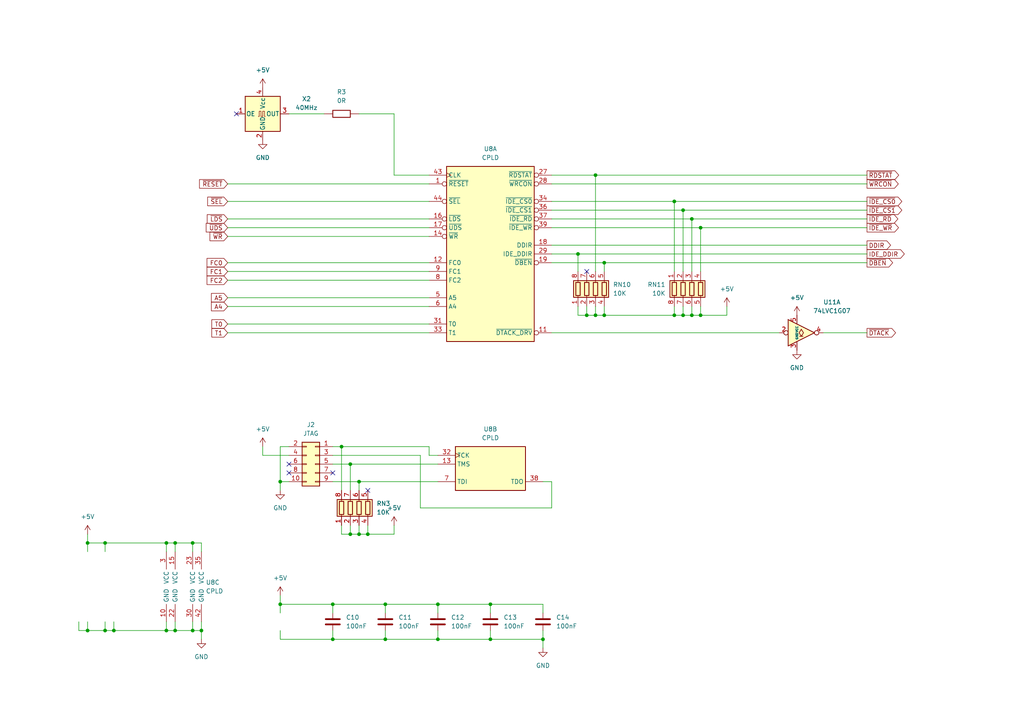
<source format=kicad_sch>
(kicad_sch (version 20211123) (generator eeschema)
  (paper "A4")
  (title_block (title "GAL AND CPLD CONTROL LOGIC") (date "2024-01-30") (rev "1") (company "(C) TOM STOREY") (comment 1 "FREE FOR NON-COMMERCIAL USE"))
  (lib_symbols
    (symbol "CF_Board_v2:CPLD"
      (property "Reference" "U" (at 0 0 0))
      (property "Value" "CPLD" (at 0 0 0))
      (symbol "CPLD_1_1"
        (rectangle (start -12.7 25.4) (end 12.7 -25.4) (stroke (width 0.254)) (fill (type background)))
        (pin input inverted (at -17.78 20.32 0) (length 5.08) (name "~{RESET}") (number "1"))
        (pin output inverted (at 17.78 -22.86 180) (length 5.08) (name "~{DTACK_DRV}") (number "11"))
        (pin input line (at -17.78 -2.54 0) (length 5.08) (name "FC0") (number "12"))
        (pin input inverted (at -17.78 5.08 0) (length 5.08) (name "~{WR}") (number "14"))
        (pin input inverted (at -17.78 10.16 0) (length 5.08) (name "~{LDS}") (number "16"))
        (pin input inverted (at -17.78 7.62 0) (length 5.08) (name "~{UDS}") (number "17"))
        (pin output line (at 17.78 2.54 180) (length 5.08) (name "DDIR") (number "18"))
        (pin output inverted (at 17.78 -2.54 180) (length 5.08) (name "~{DBEN}") (number "19"))
        (pin output inverted (at 17.78 22.86 180) (length 5.08) (name "~{RDSTAT}") (number "27"))
        (pin output inverted (at 17.78 20.32 180) (length 5.08) (name "~{WRCON}") (number "28"))
        (pin output line (at 17.78 0 180) (length 5.08) (name "IDE_DDIR") (number "29"))
        (pin input line (at -17.78 -20.32 0) (length 5.08) (name "T0") (number "31"))
        (pin input line (at -17.78 -22.86 0) (length 5.08) (name "T1") (number "33"))
        (pin output inverted (at 17.78 15.24 180) (length 5.08) (name "~{IDE_CS0}") (number "34"))
        (pin output inverted (at 17.78 12.7 180) (length 5.08) (name "~{IDE_CS1}") (number "36"))
        (pin output inverted (at 17.78 10.16 180) (length 5.08) (name "~{IDE_RD}") (number "37"))
        (pin output inverted (at 17.78 7.62 180) (length 5.08) (name "~{IDE_WR}") (number "39"))
        (pin input clock (at -17.78 22.86 0) (length 5.08) (name "CLK") (number "43"))
        (pin input inverted (at -17.78 15.24 0) (length 5.08) (name "~{SEL}") (number "44"))
        (pin input line (at -17.78 -12.7 0) (length 5.08) (name "A5") (number "5"))
        (pin input line (at -17.78 -15.24 0) (length 5.08) (name "A4") (number "6"))
        (pin input line (at -17.78 -7.62 0) (length 5.08) (name "FC2") (number "8"))
        (pin input line (at -17.78 -5.08 0) (length 5.08) (name "FC1") (number "9"))
      )
      (symbol "CPLD_2_1"
        (rectangle (start -10.16 5.08) (end 10.16 -7.62) (stroke (width 0.254)) (fill (type background)))
        (pin input line (at -15.24 0 0) (length 5.08) (name "TMS") (number "13"))
        (pin input clock (at -15.24 2.54 0) (length 5.08) (name "TCK") (number "32"))
        (pin output line (at 15.24 -5.08 180) (length 5.08) (name "TDO") (number "38"))
        (pin input line (at -15.24 -5.08 0) (length 5.08) (name "TDI") (number "7"))
      )
      (symbol "CPLD_3_1"
        (pin power_in line (at -5.08 -10.16 90) (length 5.08) (name "GND") (number "10"))
        (pin power_in line (at -2.54 10.16 270) (length 5.08) (name "VCC") (number "15"))
        (pin power_in line (at -2.54 -10.16 90) (length 5.08) (name "GND") (number "22"))
        (pin power_in line (at 2.54 10.16 270) (length 5.08) (name "VCC") (number "23"))
        (pin power_in line (at -5.08 10.16 270) (length 5.08) (name "VCC") (number "3"))
        (pin power_in line (at 2.54 -10.16 90) (length 5.08) (name "GND") (number "30"))
        (pin power_in line (at 5.08 10.16 270) (length 5.08) (name "VCC") (number "35"))
        (pin power_in line (at 5.08 -10.16 90) (length 5.08) (name "GND") (number "42"))
      )
    )
    (symbol "COMET_symbols:74x1G07"
      (property "Reference" "U" (at 0 0 0))
      (property "Value" "74x1G07" (at 0 0 0))
      (symbol "74x1G07_1_0"
        (polyline (pts (xy -2.54 3.81) (xy -2.54 -3.81) (xy 5.08 0) (xy -2.54 3.81)) (stroke (width 0.254)) (fill (type background)))
      )
      (symbol "74x1G07_1_1"
        (polyline (pts (xy 0.762 -1.016) (xy 1.778 -1.016)) (stroke (width 0.2032)))
        (polyline (pts (xy 1.27 1.016) (xy 0.635 0) (xy 1.27 -1.016) (xy 1.905 0) (xy 1.27 1.016)) (stroke (width 0.2032)))
        (pin input line (at -5.08 0 0) (length 2.54) (name "~") (number "2"))
        (pin open_collector line (at 7.62 0 180) (length 2.54) (name "~") (number "4"))
      )
      (symbol "74x1G07_1_2"
        (polyline (pts (xy 0.762 -1.016) (xy 1.778 -1.016)) (stroke (width 0.2032)))
        (polyline (pts (xy 1.27 1.016) (xy 0.635 0) (xy 1.27 -1.016) (xy 1.905 0) (xy 1.27 1.016)) (stroke (width 0.2032)))
        (pin input inverted (at -5.08 0 0) (length 2.54) (name "~") (number "2"))
        (pin open_collector inverted (at 7.62 0 180) (length 2.54) (name "~") (number "4"))
      )
      (symbol "74x1G07_2_1"
        (pin power_in line (at 0 -5.08 90) (length 2.54) (name "GND") (number "3"))
        (pin power_in line (at 0 5.08 270) (length 2.54) (name "VCC") (number "5"))
      )
      (symbol "74x1G07_2_2"
        (pin power_in line (at 0 -5.08 90) (length 2.54) (name "GND") (number "3"))
        (pin power_in line (at 0 5.08 270) (length 2.54) (name "VCC") (number "5"))
      )
    )
    (symbol "COMET_symbols:C" (pin_numbers hide) (pin_names hide)
      (property "Reference" "C" (at 0 0 0))
      (property "Value" "C" (at 0 0 0))
      (symbol "C_0_1"
        (polyline (pts (xy -2.032 -0.762) (xy 2.032 -0.762)) (stroke (width 0.508)))
        (polyline (pts (xy -2.032 0.762) (xy 2.032 0.762)) (stroke (width 0.508)))
      )
      (symbol "C_1_1"
        (pin passive line (at 0 2.54 270) (length 1.524) (name "~") (number "1"))
        (pin passive line (at 0 -2.54 90) (length 1.524) (name "~") (number "2"))
      )
    )
    (symbol "COMET_symbols:R" (pin_numbers hide) (pin_names hide)
      (property "Reference" "R" (at 0 0 0))
      (property "Value" "R" (at 0 0 0))
      (symbol "R_0_1"
        (rectangle (start -1.016 -2.54) (end 1.016 2.54) (stroke (width 0.254)))
      )
      (symbol "R_1_1"
        (pin passive line (at 0 5.08 270) (length 2.54) (name "~") (number "1"))
        (pin passive line (at 0 -5.08 90) (length 2.54) (name "~") (number "2"))
      )
    )
    (symbol "CPLD_1"
      (property "Reference" "U" (at 0 0 0))
      (property "Value" "CPLD_1" (at 0 0 0))
      (symbol "CPLD_1_1_1"
        (rectangle (start -12.7 25.4) (end 12.7 -25.4) (stroke (width 0.254)) (fill (type background)))
        (pin input inverted (at -17.78 20.32 0) (length 5.08) (name "~{RESET}") (number "1"))
        (pin output inverted (at 17.78 -22.86 180) (length 5.08) (name "~{DTACK_DRV}") (number "11"))
        (pin input line (at -17.78 -2.54 0) (length 5.08) (name "FC0") (number "12"))
        (pin input inverted (at -17.78 5.08 0) (length 5.08) (name "~{WR}") (number "14"))
        (pin input inverted (at -17.78 10.16 0) (length 5.08) (name "~{LDS}") (number "16"))
        (pin input inverted (at -17.78 7.62 0) (length 5.08) (name "~{UDS}") (number "17"))
        (pin output line (at 17.78 2.54 180) (length 5.08) (name "DDIR") (number "18"))
        (pin output inverted (at 17.78 -2.54 180) (length 5.08) (name "~{DBEN}") (number "19"))
        (pin output inverted (at 17.78 22.86 180) (length 5.08) (name "~{RDSTAT}") (number "27"))
        (pin output inverted (at 17.78 20.32 180) (length 5.08) (name "~{WRCON}") (number "28"))
        (pin output line (at 17.78 0 180) (length 5.08) (name "IDE_DDIR") (number "29"))
        (pin input line (at -17.78 -20.32 0) (length 5.08) (name "T0") (number "31"))
        (pin input line (at -17.78 -22.86 0) (length 5.08) (name "T1") (number "33"))
        (pin output inverted (at 17.78 15.24 180) (length 5.08) (name "~{IDE_CS0}") (number "34"))
        (pin output inverted (at 17.78 12.7 180) (length 5.08) (name "~{IDE_CS1}") (number "36"))
        (pin output inverted (at 17.78 10.16 180) (length 5.08) (name "~{IDE_RD}") (number "37"))
        (pin output inverted (at 17.78 7.62 180) (length 5.08) (name "~{IDE_WR}") (number "39"))
        (pin input clock (at -17.78 22.86 0) (length 5.08) (name "CLK") (number "43"))
        (pin input inverted (at -17.78 15.24 0) (length 5.08) (name "~{SEL}") (number "44"))
        (pin input line (at -17.78 -12.7 0) (length 5.08) (name "A5") (number "5"))
        (pin input line (at -17.78 -15.24 0) (length 5.08) (name "A4") (number "6"))
        (pin input line (at -17.78 -7.62 0) (length 5.08) (name "FC2") (number "8"))
        (pin input line (at -17.78 -5.08 0) (length 5.08) (name "FC1") (number "9"))
      )
      (symbol "CPLD_1_2_1"
        (rectangle (start -10.16 5.08) (end 10.16 -7.62) (stroke (width 0.254)) (fill (type background)))
        (pin input line (at -15.24 0 0) (length 5.08) (name "TMS") (number "13"))
        (pin input clock (at -15.24 2.54 0) (length 5.08) (name "TCK") (number "32"))
        (pin output line (at 15.24 -5.08 180) (length 5.08) (name "TDO") (number "38"))
        (pin input line (at -15.24 -5.08 0) (length 5.08) (name "TDI") (number "7"))
      )
      (symbol "CPLD_1_3_1"
        (pin power_in line (at -5.08 -10.16 90) (length 5.08) (name "GND") (number "10"))
        (pin power_in line (at -2.54 10.16 270) (length 5.08) (name "VCC") (number "15"))
        (pin power_in line (at -2.54 -10.16 90) (length 5.08) (name "GND") (number "22"))
        (pin power_in line (at 2.54 10.16 270) (length 5.08) (name "VCC") (number "23"))
        (pin power_in line (at -5.08 10.16 270) (length 5.08) (name "VCC") (number "3"))
        (pin power_in line (at 2.54 -10.16 90) (length 5.08) (name "GND") (number "30"))
        (pin power_in line (at 5.08 10.16 270) (length 5.08) (name "VCC") (number "35"))
        (pin power_in line (at 5.08 -10.16 90) (length 5.08) (name "GND") (number "42"))
      )
    )
    (symbol "Connector_Generic:Conn_02x05_Odd_Even" (pin_names (offset 1.016) hide)
      (property "Reference" "J" (at 1.27 7.62 0))
      (property "Value" "Conn_02x05_Odd_Even" (at 1.27 -7.62 0))
      (symbol "Conn_02x05_Odd_Even_1_1"
        (rectangle (start -1.27 -4.953) (end 0 -5.207) (stroke (width 0.1524)))
        (rectangle (start -1.27 -2.413) (end 0 -2.667) (stroke (width 0.1524)))
        (rectangle (start -1.27 0.127) (end 0 -0.127) (stroke (width 0.1524)))
        (rectangle (start -1.27 2.667) (end 0 2.413) (stroke (width 0.1524)))
        (rectangle (start -1.27 5.207) (end 0 4.953) (stroke (width 0.1524)))
        (rectangle (start -1.27 6.35) (end 3.81 -6.35) (stroke (width 0.254)) (fill (type background)))
        (rectangle (start 3.81 -4.953) (end 2.54 -5.207) (stroke (width 0.1524)))
        (rectangle (start 3.81 -2.413) (end 2.54 -2.667) (stroke (width 0.1524)))
        (rectangle (start 3.81 0.127) (end 2.54 -0.127) (stroke (width 0.1524)))
        (rectangle (start 3.81 2.667) (end 2.54 2.413) (stroke (width 0.1524)))
        (rectangle (start 3.81 5.207) (end 2.54 4.953) (stroke (width 0.1524)))
        (pin passive line (at -5.08 5.08 0) (length 3.81) (name "Pin_1") (number "1"))
        (pin passive line (at 7.62 -5.08 180) (length 3.81) (name "Pin_10") (number "10"))
        (pin passive line (at 7.62 5.08 180) (length 3.81) (name "Pin_2") (number "2"))
        (pin passive line (at -5.08 2.54 0) (length 3.81) (name "Pin_3") (number "3"))
        (pin passive line (at 7.62 2.54 180) (length 3.81) (name "Pin_4") (number "4"))
        (pin passive line (at -5.08 0 0) (length 3.81) (name "Pin_5") (number "5"))
        (pin passive line (at 7.62 0 180) (length 3.81) (name "Pin_6") (number "6"))
        (pin passive line (at -5.08 -2.54 0) (length 3.81) (name "Pin_7") (number "7"))
        (pin passive line (at 7.62 -2.54 180) (length 3.81) (name "Pin_8") (number "8"))
        (pin passive line (at -5.08 -5.08 0) (length 3.81) (name "Pin_9") (number "9"))
      )
    )
    (symbol "Device:R_Pack04" (pin_names (offset 0) hide)
      (property "Reference" "RN" (at -7.62 0 90))
      (property "Value" "R_Pack04" (at 5.08 0 90))
      (symbol "R_Pack04_0_1"
        (rectangle (start -6.35 -2.413) (end 3.81 2.413) (stroke (width 0.254)) (fill (type background)))
        (rectangle (start -5.715 1.905) (end -4.445 -1.905) (stroke (width 0.254)))
        (rectangle (start -3.175 1.905) (end -1.905 -1.905) (stroke (width 0.254)))
        (rectangle (start -0.635 1.905) (end 0.635 -1.905) (stroke (width 0.254)))
        (polyline (pts (xy -5.08 -2.54) (xy -5.08 -1.905)))
        (polyline (pts (xy -5.08 1.905) (xy -5.08 2.54)))
        (polyline (pts (xy -2.54 -2.54) (xy -2.54 -1.905)))
        (polyline (pts (xy -2.54 1.905) (xy -2.54 2.54)))
        (polyline (pts (xy 0 -2.54) (xy 0 -1.905)))
        (polyline (pts (xy 0 1.905) (xy 0 2.54)))
        (polyline (pts (xy 2.54 -2.54) (xy 2.54 -1.905)))
        (polyline (pts (xy 2.54 1.905) (xy 2.54 2.54)))
        (rectangle (start 1.905 1.905) (end 3.175 -1.905) (stroke (width 0.254)))
      )
      (symbol "R_Pack04_1_1"
        (pin passive line (at -5.08 -5.08 90) (length 2.54) (name "R1.1") (number "1"))
        (pin passive line (at -2.54 -5.08 90) (length 2.54) (name "R2.1") (number "2"))
        (pin passive line (at 0 -5.08 90) (length 2.54) (name "R3.1") (number "3"))
        (pin passive line (at 2.54 -5.08 90) (length 2.54) (name "R4.1") (number "4"))
        (pin passive line (at 2.54 5.08 270) (length 2.54) (name "R4.2") (number "5"))
        (pin passive line (at 0 5.08 270) (length 2.54) (name "R3.2") (number "6"))
        (pin passive line (at -2.54 5.08 270) (length 2.54) (name "R2.2") (number "7"))
        (pin passive line (at -5.08 5.08 270) (length 2.54) (name "R1.2") (number "8"))
      )
    )
    (symbol "Oscillator:SG-7050CCN" (pin_names (offset 0.254))
      (property "Reference" "X" (at -5.08 6.35 0))
      (property "Value" "SG-7050CCN" (at 1.27 -6.35 0))
      (symbol "SG-7050CCN_0_1"
        (rectangle (start -5.08 5.08) (end 5.08 -5.08) (stroke (width 0.254)) (fill (type background)))
        (polyline (pts (xy -1.27 -0.762) (xy -1.016 -0.762) (xy -1.016 0.762) (xy -0.508 0.762) (xy -0.508 -0.762) (xy 0 -0.762) (xy 0 0.762) (xy 0.508 0.762) (xy 0.508 -0.762) (xy 0.762 -0.762)))
      )
      (symbol "SG-7050CCN_1_1"
        (pin input line (at -7.62 0 0) (length 2.54) (name "OE") (number "1"))
        (pin power_in line (at 0 -7.62 90) (length 2.54) (name "GND") (number "2"))
        (pin output line (at 7.62 0 180) (length 2.54) (name "OUT") (number "3"))
        (pin power_in line (at 0 7.62 270) (length 2.54) (name "Vcc") (number "4"))
      )
    )
    (symbol "power:+5V" (power) (pin_names (offset 0))
      (property "Value" "+5V" (at 0 3.556 0))
      (symbol "+5V_0_1"
        (polyline (pts (xy -0.762 1.27) (xy 0 2.54)))
        (polyline (pts (xy 0 0) (xy 0 2.54)))
        (polyline (pts (xy 0 2.54) (xy 0.762 1.27)))
      )
      (symbol "+5V_1_1"
        (pin power_in line (at 0 0 90) (length 0) hide (name "+5V") (number "1"))
      )
    )
    (symbol "power:GND" (power) (pin_names (offset 0))
      (property "Value" "GND" (at 0 -3.81 0))
      (symbol "GND_0_1"
        (polyline (pts (xy 0 0) (xy 0 -1.27) (xy 1.27 -1.27) (xy 0 -2.54) (xy -1.27 -1.27) (xy 0 -1.27)))
      )
      (symbol "GND_1_1"
        (pin power_in line (at 0 0 270) (length 0) hide (name "GND") (number "1"))
      )
    )
  )
  (junction (at 48.26 182.88))
  (junction (at 50.8 182.88))
  (junction (at 96.52 185.42))
  (junction (at 99.06 129.54))
  (junction (at 50.8 157.48))
  (junction (at 30.48 157.48))
  (junction (at 81.28 139.7))
  (junction (at 101.6 134.62))
  (junction (at 81.28 175.26))
  (junction (at 167.64 73.66))
  (junction (at 96.52 175.26))
  (junction (at 25.4 182.88))
  (junction (at 55.88 182.88))
  (junction (at 198.12 60.96))
  (junction (at 33.02 182.88))
  (junction (at 195.58 91.44))
  (junction (at 200.66 63.5))
  (junction (at 170.18 91.44))
  (junction (at 104.14 139.7))
  (junction (at 111.76 175.26))
  (junction (at 30.48 182.88))
  (junction (at 48.26 157.48))
  (junction (at 203.2 66.04))
  (junction (at 127 175.26))
  (junction (at 58.42 182.88))
  (junction (at 55.88 157.48))
  (junction (at 200.66 91.44))
  (junction (at 101.6 154.94))
  (junction (at 111.76 185.42))
  (junction (at 175.26 76.2))
  (junction (at 172.72 50.8))
  (junction (at 203.2 91.44))
  (junction (at 142.24 185.42))
  (junction (at 104.14 154.94))
  (junction (at 172.72 91.44))
  (junction (at 175.26 91.44))
  (junction (at 25.4 157.48))
  (junction (at 157.48 185.42))
  (junction (at 106.68 154.94))
  (junction (at 195.58 58.42))
  (junction (at 142.24 175.26))
  (junction (at 198.12 91.44))
  (junction (at 127 185.42))
  (no_connect (at 83.82 137.16))
  (no_connect (at 96.52 137.16))
  (no_connect (at 170.18 78.74))
  (no_connect (at 83.82 134.62))
  (no_connect (at 106.68 142.24))
  (no_connect (at 68.58 33.02))
  (wire (pts (xy 157.48 182.88) (xy 157.48 185.42)))
  (wire (pts (xy 48.26 157.48) (xy 50.8 157.48)))
  (wire (pts (xy 30.48 157.48) (xy 48.26 157.48)))
  (wire (pts (xy 142.24 185.42) (xy 157.48 185.42)))
  (wire (pts (xy 96.52 185.42) (xy 111.76 185.42)))
  (wire (pts (xy 50.8 180.34) (xy 50.8 182.88)))
  (wire (pts (xy 48.26 157.48) (xy 48.26 160.02)))
  (wire (pts (xy 66.04 96.52) (xy 124.46 96.52)))
  (wire (pts (xy 175.26 76.2) (xy 175.26 78.74)))
  (wire (pts (xy 58.42 182.88) (xy 58.42 185.42)))
  (wire (pts (xy 160.02 60.96) (xy 198.12 60.96)))
  (wire (pts (xy 104.14 139.7) (xy 104.14 142.24)))
  (wire (pts (xy 50.8 157.48) (xy 55.88 157.48)))
  (wire (pts (xy 101.6 134.62) (xy 101.6 142.24)))
  (wire (pts (xy 22.86 180.34) (xy 22.86 182.88)))
  (wire (pts (xy 101.6 154.94) (xy 99.06 154.94)))
  (wire (pts (xy 127 175.26) (xy 127 177.8)))
  (wire (pts (xy 81.28 172.72) (xy 81.28 175.26)))
  (wire (pts (xy 121.92 132.08) (xy 96.52 132.08)))
  (wire (pts (xy 33.02 182.88) (xy 48.26 182.88)))
  (wire (pts (xy 203.2 66.04) (xy 203.2 78.74)))
  (wire (pts (xy 25.4 157.48) (xy 30.48 157.48)))
  (wire (pts (xy 48.26 182.88) (xy 50.8 182.88)))
  (wire (pts (xy 81.28 175.26) (xy 96.52 175.26)))
  (wire (pts (xy 81.28 185.42) (xy 96.52 185.42)))
  (wire (pts (xy 114.3 154.94) (xy 106.68 154.94)))
  (wire (pts (xy 99.06 129.54) (xy 99.06 142.24)))
  (wire (pts (xy 96.52 139.7) (xy 104.14 139.7)))
  (wire (pts (xy 160.02 53.34) (xy 251.46 53.34)))
  (wire (pts (xy 167.64 88.9) (xy 167.64 91.44)))
  (wire (pts (xy 238.76 96.52) (xy 251.46 96.52)))
  (wire (pts (xy 66.04 63.5) (xy 124.46 63.5)))
  (wire (pts (xy 66.04 58.42) (xy 124.46 58.42)))
  (wire (pts (xy 157.48 185.42) (xy 157.48 187.96)))
  (wire (pts (xy 25.4 180.34) (xy 25.4 182.88)))
  (wire (pts (xy 66.04 53.34) (xy 124.46 53.34)))
  (wire (pts (xy 160.02 50.8) (xy 172.72 50.8)))
  (wire (pts (xy 25.4 182.88) (xy 30.48 182.88)))
  (wire (pts (xy 172.72 50.8) (xy 172.72 78.74)))
  (wire (pts (xy 25.4 154.94) (xy 25.4 157.48)))
  (wire (pts (xy 114.3 50.8) (xy 114.3 33.02)))
  (wire (pts (xy 66.04 88.9) (xy 124.46 88.9)))
  (wire (pts (xy 142.24 182.88) (xy 142.24 185.42)))
  (wire (pts (xy 83.82 132.08) (xy 76.2 132.08)))
  (wire (pts (xy 175.26 88.9) (xy 175.26 91.44)))
  (wire (pts (xy 66.04 68.58) (xy 124.46 68.58)))
  (wire (pts (xy 195.58 58.42) (xy 195.58 78.74)))
  (wire (pts (xy 81.28 139.7) (xy 83.82 139.7)))
  (wire (pts (xy 58.42 157.48) (xy 58.42 160.02)))
  (wire (pts (xy 167.64 73.66) (xy 167.64 78.74)))
  (wire (pts (xy 160.02 147.32) (xy 121.92 147.32)))
  (wire (pts (xy 160.02 71.12) (xy 251.46 71.12)))
  (wire (pts (xy 200.66 88.9) (xy 200.66 91.44)))
  (wire (pts (xy 81.28 129.54) (xy 81.28 139.7)))
  (wire (pts (xy 175.26 76.2) (xy 251.46 76.2)))
  (wire (pts (xy 30.48 182.88) (xy 33.02 182.88)))
  (wire (pts (xy 101.6 152.4) (xy 101.6 154.94)))
  (wire (pts (xy 203.2 88.9) (xy 203.2 91.44)))
  (wire (pts (xy 99.06 129.54) (xy 124.46 129.54)))
  (wire (pts (xy 66.04 76.2) (xy 124.46 76.2)))
  (wire (pts (xy 172.72 50.8) (xy 251.46 50.8)))
  (wire (pts (xy 172.72 88.9) (xy 172.72 91.44)))
  (wire (pts (xy 106.68 154.94) (xy 104.14 154.94)))
  (wire (pts (xy 160.02 139.7) (xy 160.02 147.32)))
  (wire (pts (xy 66.04 78.74) (xy 124.46 78.74)))
  (wire (pts (xy 50.8 157.48) (xy 50.8 160.02)))
  (wire (pts (xy 195.58 58.42) (xy 251.46 58.42)))
  (wire (pts (xy 114.3 152.4) (xy 114.3 154.94)))
  (wire (pts (xy 175.26 91.44) (xy 195.58 91.44)))
  (wire (pts (xy 104.14 152.4) (xy 104.14 154.94)))
  (wire (pts (xy 25.4 157.48) (xy 25.4 160.02)))
  (wire (pts (xy 195.58 91.44) (xy 198.12 91.44)))
  (wire (pts (xy 124.46 50.8) (xy 114.3 50.8)))
  (wire (pts (xy 157.48 177.8) (xy 157.48 175.26)))
  (wire (pts (xy 33.02 180.34) (xy 33.02 182.88)))
  (wire (pts (xy 160.02 63.5) (xy 200.66 63.5)))
  (wire (pts (xy 104.14 154.94) (xy 101.6 154.94)))
  (wire (pts (xy 160.02 73.66) (xy 167.64 73.66)))
  (wire (pts (xy 48.26 180.34) (xy 48.26 182.88)))
  (wire (pts (xy 111.76 182.88) (xy 111.76 185.42)))
  (wire (pts (xy 101.6 134.62) (xy 127 134.62)))
  (wire (pts (xy 30.48 180.34) (xy 30.48 182.88)))
  (wire (pts (xy 96.52 175.26) (xy 96.52 177.8)))
  (wire (pts (xy 170.18 88.9) (xy 170.18 91.44)))
  (wire (pts (xy 30.48 157.48) (xy 30.48 160.02)))
  (wire (pts (xy 106.68 152.4) (xy 106.68 154.94)))
  (wire (pts (xy 81.28 175.26) (xy 81.28 177.8)))
  (wire (pts (xy 200.66 63.5) (xy 200.66 78.74)))
  (wire (pts (xy 55.88 157.48) (xy 55.88 160.02)))
  (wire (pts (xy 121.92 147.32) (xy 121.92 132.08)))
  (wire (pts (xy 55.88 180.34) (xy 55.88 182.88)))
  (wire (pts (xy 58.42 180.34) (xy 58.42 182.88)))
  (wire (pts (xy 160.02 66.04) (xy 203.2 66.04)))
  (wire (pts (xy 160.02 76.2) (xy 175.26 76.2)))
  (wire (pts (xy 66.04 81.28) (xy 124.46 81.28)))
  (wire (pts (xy 83.82 33.02) (xy 93.98 33.02)))
  (wire (pts (xy 111.76 175.26) (xy 111.76 177.8)))
  (wire (pts (xy 127 185.42) (xy 142.24 185.42)))
  (wire (pts (xy 127 182.88) (xy 127 185.42)))
  (wire (pts (xy 127 175.26) (xy 142.24 175.26)))
  (wire (pts (xy 99.06 152.4) (xy 99.06 154.94)))
  (wire (pts (xy 111.76 185.42) (xy 127 185.42)))
  (wire (pts (xy 160.02 58.42) (xy 195.58 58.42)))
  (wire (pts (xy 200.66 91.44) (xy 203.2 91.44)))
  (wire (pts (xy 142.24 175.26) (xy 142.24 177.8)))
  (wire (pts (xy 142.24 175.26) (xy 157.48 175.26)))
  (wire (pts (xy 170.18 91.44) (xy 172.72 91.44)))
  (wire (pts (xy 210.82 88.9) (xy 210.82 91.44)))
  (wire (pts (xy 66.04 86.36) (xy 124.46 86.36)))
  (wire (pts (xy 111.76 175.26) (xy 127 175.26)))
  (wire (pts (xy 76.2 129.54) (xy 76.2 132.08)))
  (wire (pts (xy 83.82 129.54) (xy 81.28 129.54)))
  (wire (pts (xy 96.52 182.88) (xy 96.52 185.42)))
  (wire (pts (xy 198.12 88.9) (xy 198.12 91.44)))
  (wire (pts (xy 104.14 139.7) (xy 127 139.7)))
  (wire (pts (xy 198.12 91.44) (xy 200.66 91.44)))
  (wire (pts (xy 50.8 182.88) (xy 55.88 182.88)))
  (wire (pts (xy 203.2 91.44) (xy 210.82 91.44)))
  (wire (pts (xy 81.28 139.7) (xy 81.28 142.24)))
  (wire (pts (xy 226.06 96.52) (xy 160.02 96.52)))
  (wire (pts (xy 127 132.08) (xy 124.46 132.08)))
  (wire (pts (xy 157.48 139.7) (xy 160.02 139.7)))
  (wire (pts (xy 114.3 33.02) (xy 104.14 33.02)))
  (wire (pts (xy 167.64 73.66) (xy 251.46 73.66)))
  (wire (pts (xy 55.88 157.48) (xy 58.42 157.48)))
  (wire (pts (xy 195.58 88.9) (xy 195.58 91.44)))
  (wire (pts (xy 22.86 182.88) (xy 25.4 182.88)))
  (wire (pts (xy 66.04 93.98) (xy 124.46 93.98)))
  (wire (pts (xy 66.04 66.04) (xy 124.46 66.04)))
  (wire (pts (xy 96.52 129.54) (xy 99.06 129.54)))
  (wire (pts (xy 200.66 63.5) (xy 251.46 63.5)))
  (wire (pts (xy 203.2 66.04) (xy 251.46 66.04)))
  (wire (pts (xy 55.88 182.88) (xy 58.42 182.88)))
  (wire (pts (xy 198.12 60.96) (xy 251.46 60.96)))
  (wire (pts (xy 198.12 60.96) (xy 198.12 78.74)))
  (wire (pts (xy 81.28 182.88) (xy 81.28 185.42)))
  (wire (pts (xy 124.46 132.08) (xy 124.46 129.54)))
  (wire (pts (xy 167.64 91.44) (xy 170.18 91.44)))
  (wire (pts (xy 96.52 134.62) (xy 101.6 134.62)))
  (wire (pts (xy 172.72 91.44) (xy 175.26 91.44)))
  (wire (pts (xy 96.52 175.26) (xy 111.76 175.26)))
  (global_label "~{IDE_WR}" (shape output) (at 251.46 66.04 0) (property "Intersheet References" "${INTERSHEET_REFS}" (effects hide)))
  (global_label "T1" (shape input) (at 66.04 96.52 180) (property "Intersheet References" "${INTERSHEET_REFS}" (effects hide)))
  (global_label "A4" (shape input) (at 66.04 88.9 180) (property "Intersheet References" "${INTERSHEET_REFS}" (effects hide)))
  (global_label "~{IDE_CS1}" (shape output) (at 251.46 60.96 0) (property "Intersheet References" "${INTERSHEET_REFS}" (effects hide)))
  (global_label "DDIR" (shape output) (at 251.46 71.12 0) (property "Intersheet References" "${INTERSHEET_REFS}" (effects hide)))
  (global_label "~{DBEN}" (shape output) (at 251.46 76.2 0) (property "Intersheet References" "${INTERSHEET_REFS}" (effects hide)))
  (global_label "FC2" (shape input) (at 66.04 81.28 180) (property "Intersheet References" "${INTERSHEET_REFS}" (effects hide)))
  (global_label "~{RDSTAT}" (shape output) (at 251.46 50.8 0) (property "Intersheet References" "${INTERSHEET_REFS}" (effects hide)))
  (global_label "~{UDS}" (shape input) (at 66.04 66.04 180) (property "Intersheet References" "${INTERSHEET_REFS}" (effects hide)))
  (global_label "~{SEL}" (shape input) (at 66.04 58.42 180) (property "Intersheet References" "${INTERSHEET_REFS}" (effects hide)))
  (global_label "~{RESET}" (shape input) (at 66.04 53.34 180) (property "Intersheet References" "${INTERSHEET_REFS}" (effects hide)))
  (global_label "FC1" (shape input) (at 66.04 78.74 180) (property "Intersheet References" "${INTERSHEET_REFS}" (effects hide)))
  (global_label "~{WRCON}" (shape output) (at 251.46 53.34 0) (property "Intersheet References" "${INTERSHEET_REFS}" (effects hide)))
  (global_label "~{WR}" (shape input) (at 66.04 68.58 180) (property "Intersheet References" "${INTERSHEET_REFS}" (effects hide)))
  (global_label "~{LDS}" (shape input) (at 66.04 63.5 180) (property "Intersheet References" "${INTERSHEET_REFS}" (effects hide)))
  (global_label "FC0" (shape input) (at 66.04 76.2 180) (property "Intersheet References" "${INTERSHEET_REFS}" (effects hide)))
  (global_label "IDE_DDIR" (shape output) (at 251.46 73.66 0) (property "Intersheet References" "${INTERSHEET_REFS}" (effects hide)))
  (global_label "~{DTACK}" (shape output) (at 251.46 96.52 0) (property "Intersheet References" "${INTERSHEET_REFS}" (effects hide)))
  (global_label "A5" (shape input) (at 66.04 86.36 180) (property "Intersheet References" "${INTERSHEET_REFS}" (effects hide)))
  (global_label "~{IDE_CS0}" (shape output) (at 251.46 58.42 0) (property "Intersheet References" "${INTERSHEET_REFS}" (effects hide)))
  (global_label "~{IDE_RD}" (shape output) (at 251.46 63.5 0) (property "Intersheet References" "${INTERSHEET_REFS}" (effects hide)))
  (global_label "T0" (shape input) (at 66.04 93.98 180) (property "Intersheet References" "${INTERSHEET_REFS}" (effects hide)))
  (symbol (lib_id "power:+5V") (at 114.3 152.4 0) (unit 1)
    (property "Reference" "#PWR032" (effects hide))
    (property "Value" "+5V" (at 114.3 147.32 0))
  )
  (symbol (lib_name "CPLD_1") (lib_id "CF_Board_v2:CPLD") (at 53.34 170.18 0) (unit 3)
    (property "Reference" "U8" (at 59.69 168.9099 0) (effects (justify left)))
    (property "Value" "CPLD" (at 59.69 171.4499 0) (effects (justify left)))
    (property "Footprint" "COMET_footprints:Package_PLCC-44" (effects hide))
  )
  (symbol (lib_id "COMET_symbols:C") (at 142.24 180.34 0) (unit 1)
    (property "Reference" "C13" (at 146.05 179.0699 0) (effects (justify left)))
    (property "Value" "100nF" (at 146.05 181.6099 0) (effects (justify left)))
    (property "Footprint" "COMET_footprints:C_SMD0805" (effects hide))
  )
  (symbol (lib_id "CF_Board_v2:CPLD") (at 142.24 73.66 0) (unit 1)
    (property "Reference" "U8" (at 142.24 43.18 0))
    (property "Value" "CPLD" (at 142.24 45.72 0))
    (property "Footprint" "COMET_footprints:Package_PLCC-44" (effects hide))
  )
  (symbol (lib_id "power:GND") (at 231.14 101.6 0) (unit 1)
    (property "Reference" "#PWR039" (effects hide))
    (property "Value" "GND" (at 231.14 106.68 0))
  )
  (symbol (lib_id "power:+5V") (at 25.4 154.94 0) (unit 1)
    (property "Reference" "#PWR025" (effects hide))
    (property "Value" "+5V" (at 25.4 149.86 0))
  )
  (symbol (lib_id "power:+5V") (at 231.14 91.44 0) (unit 1)
    (property "Reference" "#PWR038" (effects hide))
    (property "Value" "+5V" (at 231.14 86.36 0))
  )
  (symbol (lib_id "Oscillator:SG-7050CCN") (at 76.2 33.02 0) (unit 1)
    (property "Reference" "X2" (at 88.9 28.6893 0))
    (property "Value" "40MHz" (at 88.9 31.2293 0))
    (property "Footprint" "COMET_footprints:Oscillator_SMD_XO91-4Pin_7.0x5.0mm" (effects hide))
  )
  (symbol (lib_id "power:GND") (at 58.42 185.42 0) (unit 1)
    (property "Reference" "#PWR026" (effects hide))
    (property "Value" "GND" (at 58.42 190.5 0))
  )
  (symbol (lib_id "COMET_symbols:C") (at 96.52 180.34 0) (unit 1)
    (property "Reference" "C10" (at 100.33 179.0699 0) (effects (justify left)))
    (property "Value" "100nF" (at 100.33 181.6099 0) (effects (justify left)))
    (property "Footprint" "COMET_footprints:C_SMD0805" (effects hide))
  )
  (symbol (lib_id "CF_Board_v2:CPLD") (at 142.24 134.62 0) (unit 2)
    (property "Reference" "U8" (at 142.24 124.46 0))
    (property "Value" "CPLD" (at 142.24 127 0))
    (property "Footprint" "COMET_footprints:Package_PLCC-44" (effects hide))
  )
  (symbol (lib_id "COMET_symbols:R") (at 99.06 33.02 90) (unit 1)
    (property "Reference" "R3" (at 99.06 26.67 90))
    (property "Value" "0R" (at 99.06 29.21 90))
    (property "Footprint" "COMET_footprints:R_SMD0805" (effects hide))
  )
  (symbol (lib_id "power:GND") (at 76.2 40.64 0) (unit 1)
    (property "Reference" "#PWR028" (effects hide))
    (property "Value" "GND" (at 76.2 45.72 0))
  )
  (symbol (lib_id "power:GND") (at 157.48 187.96 0) (unit 1)
    (property "Reference" "#PWR033" (effects hide))
    (property "Value" "GND" (at 157.48 193.04 0))
  )
  (symbol (lib_id "power:+5V") (at 76.2 129.54 0) (unit 1)
    (property "Reference" "#PWR030" (effects hide))
    (property "Value" "+5V" (at 76.2 124.46 0))
  )
  (symbol (lib_id "Device:R_Pack04") (at 104.14 147.32 0) (unit 1)
    (property "Reference" "RN3" (at 109.22 146.0499 0) (effects (justify left)))
    (property "Value" "10K" (at 109.22 148.5899 0) (effects (justify left)))
    (property "Footprint" "Resistor_SMD:R_Cat16-4" (effects hide))
  )
  (symbol (lib_id "COMET_symbols:74x1G07") (at 231.14 96.52 0) (unit 2)
    (property "Reference" "U11" (effects hide))
    (property "Value" "74LVC1G07" (effects hide))
    (property "Footprint" "COMET_footprints:Package_SOT23-5" (effects hide))
  )
  (symbol (lib_id "Device:R_Pack04") (at 200.66 83.82 0) (mirror x) (unit 1)
    (property "Reference" "RN11" (at 193.04 82.5499 0) (effects (justify right)))
    (property "Value" "10K" (at 193.04 85.0899 0) (effects (justify right)))
    (property "Footprint" "Resistor_SMD:R_Cat16-4" (effects hide))
  )
  (symbol (lib_id "COMET_symbols:C") (at 127 180.34 0) (unit 1)
    (property "Reference" "C12" (at 130.81 179.0699 0) (effects (justify left)))
    (property "Value" "100nF" (at 130.81 181.6099 0) (effects (justify left)))
    (property "Footprint" "COMET_footprints:C_SMD0805" (effects hide))
  )
  (symbol (lib_id "COMET_symbols:C") (at 111.76 180.34 0) (unit 1)
    (property "Reference" "C11" (at 115.57 179.0699 0) (effects (justify left)))
    (property "Value" "100nF" (at 115.57 181.6099 0) (effects (justify left)))
    (property "Footprint" "COMET_footprints:C_SMD0805" (effects hide))
  )
  (symbol (lib_id "COMET_symbols:74x1G07") (at 231.14 96.52 0) (unit 1) (convert 2)
    (property "Reference" "U11" (at 241.3 87.63 0))
    (property "Value" "74LVC1G07" (at 241.3 90.17 0))
    (property "Footprint" "COMET_footprints:Package_SOT23-5" (effects hide))
  )
  (symbol (lib_id "Device:R_Pack04") (at 172.72 83.82 0) (unit 1)
    (property "Reference" "RN10" (at 177.8 82.5499 0) (effects (justify left)))
    (property "Value" "10K" (at 177.8 85.0899 0) (effects (justify left)))
    (property "Footprint" "Resistor_SMD:R_Cat16-4" (effects hide))
  )
  (symbol (lib_id "COMET_symbols:C") (at 157.48 180.34 0) (unit 1)
    (property "Reference" "C14" (at 161.29 179.0699 0) (effects (justify left)))
    (property "Value" "100nF" (at 161.29 181.6099 0) (effects (justify left)))
    (property "Footprint" "COMET_footprints:C_SMD0805" (effects hide))
  )
  (symbol (lib_id "power:GND") (at 81.28 142.24 0) (unit 1)
    (property "Reference" "#PWR031" (effects hide))
    (property "Value" "GND" (at 81.28 147.32 0))
  )
  (symbol (lib_id "power:+5V") (at 81.28 172.72 0) (unit 1)
    (property "Reference" "#PWR029" (effects hide))
    (property "Value" "+5V" (at 81.28 167.64 0))
  )
  (symbol (lib_id "power:+5V") (at 76.2 25.4 0) (unit 1)
    (property "Reference" "#PWR027" (effects hide))
    (property "Value" "+5V" (at 76.2 20.32 0))
  )
  (symbol (lib_id "power:+5V") (at 210.82 88.9 0) (unit 1)
    (property "Reference" "#PWR040" (effects hide))
    (property "Value" "+5V" (at 210.82 83.82 0))
  )
  (symbol (lib_id "Connector_Generic:Conn_02x05_Odd_Even") (at 91.44 134.62 0) (mirror y) (unit 1)
    (property "Reference" "J2" (at 90.17 123.19 0))
    (property "Value" "JTAG" (at 90.17 125.73 0))
    (property "Footprint" "Connector_PinHeader_2.54mm:PinHeader_2x05_P2.54mm_Vertical" (effects hide))
  )
)
</source>
